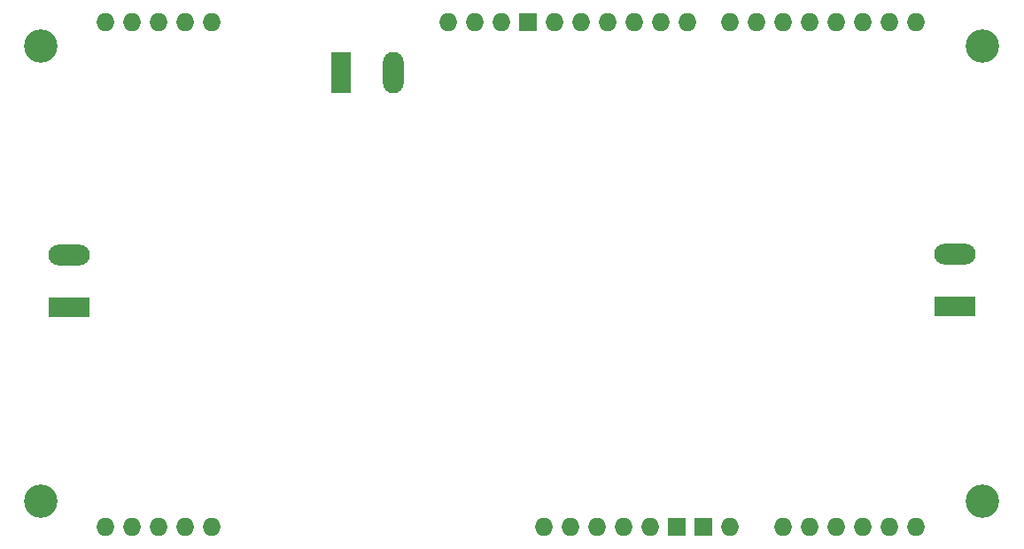
<source format=gbs>
%TF.GenerationSoftware,KiCad,Pcbnew,8.0.0*%
%TF.CreationDate,2024-05-08T19:05:44-04:00*%
%TF.ProjectId,DualHbridgeDaughterboardDesign,4475616c-4862-4726-9964-676544617567,rev?*%
%TF.SameCoordinates,Original*%
%TF.FileFunction,Soldermask,Bot*%
%TF.FilePolarity,Negative*%
%FSLAX46Y46*%
G04 Gerber Fmt 4.6, Leading zero omitted, Abs format (unit mm)*
G04 Created by KiCad (PCBNEW 8.0.0) date 2024-05-08 19:05:44*
%MOMM*%
%LPD*%
G01*
G04 APERTURE LIST*
%ADD10R,3.960000X1.980000*%
%ADD11O,3.960000X1.980000*%
%ADD12R,1.980000X3.960000*%
%ADD13O,1.980000X3.960000*%
%ADD14C,3.200000*%
%ADD15O,1.727200X1.727200*%
%ADD16R,1.727200X1.727200*%
G04 APERTURE END LIST*
D10*
%TO.C,J1*%
X81200000Y-101500000D03*
D11*
X81200000Y-96500000D03*
%TD*%
D10*
%TO.C,J2*%
X165800000Y-101400000D03*
D11*
X165800000Y-96400000D03*
%TD*%
D12*
%TO.C,J4*%
X107200000Y-79000000D03*
D13*
X112200000Y-79000000D03*
%TD*%
D14*
%TO.C,J3*%
X78500000Y-76500000D03*
X78500000Y-120000000D03*
X168500000Y-76500000D03*
X168500000Y-120000000D03*
D15*
X84680000Y-122460000D03*
X162150000Y-122460000D03*
X157070000Y-74200000D03*
X154530000Y-74200000D03*
X151990000Y-74200000D03*
X149450000Y-74200000D03*
X146910000Y-74200000D03*
X144370000Y-74200000D03*
X140306000Y-74200000D03*
X137766000Y-74200000D03*
X135226000Y-74200000D03*
X132686000Y-74200000D03*
X130146000Y-74200000D03*
X127606000Y-74200000D03*
X149450000Y-122460000D03*
X151990000Y-122460000D03*
X154530000Y-122460000D03*
X157070000Y-122460000D03*
X159610000Y-122460000D03*
X92300000Y-74200000D03*
X144370000Y-122460000D03*
D16*
X141830000Y-122460000D03*
X139290000Y-122460000D03*
D15*
X136750000Y-122460000D03*
X134210000Y-122460000D03*
X131670000Y-122460000D03*
X129130000Y-122460000D03*
X126590000Y-122460000D03*
D16*
X125066000Y-74200000D03*
D15*
X122526000Y-74200000D03*
X94840000Y-122460000D03*
X92300000Y-122460000D03*
X89760000Y-122460000D03*
X87220000Y-122460000D03*
X87220000Y-74200000D03*
X162150000Y-74200000D03*
X159610000Y-74200000D03*
X84680000Y-74200000D03*
X89760000Y-74200000D03*
X94840000Y-74200000D03*
X119986000Y-74200000D03*
X117446000Y-74200000D03*
%TD*%
M02*

</source>
